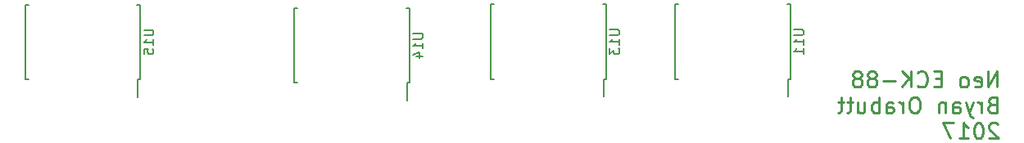
<source format=gbo>
G04 #@! TF.FileFunction,Legend,Bot*
%FSLAX46Y46*%
G04 Gerber Fmt 4.6, Leading zero omitted, Abs format (unit mm)*
G04 Created by KiCad (PCBNEW 4.0.3-stable) date 10/13/17 00:19:33*
%MOMM*%
%LPD*%
G01*
G04 APERTURE LIST*
%ADD10C,0.100000*%
%ADD11C,0.228600*%
%ADD12C,0.150000*%
G04 APERTURE END LIST*
D10*
D11*
X221481952Y-53567390D02*
X221481952Y-51941790D01*
X220553038Y-53567390D01*
X220553038Y-51941790D01*
X219159666Y-53489981D02*
X219314485Y-53567390D01*
X219624123Y-53567390D01*
X219778942Y-53489981D01*
X219856352Y-53335162D01*
X219856352Y-52715886D01*
X219778942Y-52561067D01*
X219624123Y-52483657D01*
X219314485Y-52483657D01*
X219159666Y-52561067D01*
X219082257Y-52715886D01*
X219082257Y-52870705D01*
X219856352Y-53025524D01*
X218153343Y-53567390D02*
X218308162Y-53489981D01*
X218385571Y-53412571D01*
X218462981Y-53257752D01*
X218462981Y-52793295D01*
X218385571Y-52638476D01*
X218308162Y-52561067D01*
X218153343Y-52483657D01*
X217921114Y-52483657D01*
X217766295Y-52561067D01*
X217688886Y-52638476D01*
X217611476Y-52793295D01*
X217611476Y-53257752D01*
X217688886Y-53412571D01*
X217766295Y-53489981D01*
X217921114Y-53567390D01*
X218153343Y-53567390D01*
X215676238Y-52715886D02*
X215134372Y-52715886D01*
X214902143Y-53567390D02*
X215676238Y-53567390D01*
X215676238Y-51941790D01*
X214902143Y-51941790D01*
X213276543Y-53412571D02*
X213353953Y-53489981D01*
X213586181Y-53567390D01*
X213741000Y-53567390D01*
X213973229Y-53489981D01*
X214128048Y-53335162D01*
X214205457Y-53180343D01*
X214282867Y-52870705D01*
X214282867Y-52638476D01*
X214205457Y-52328838D01*
X214128048Y-52174019D01*
X213973229Y-52019200D01*
X213741000Y-51941790D01*
X213586181Y-51941790D01*
X213353953Y-52019200D01*
X213276543Y-52096610D01*
X212579857Y-53567390D02*
X212579857Y-51941790D01*
X211650943Y-53567390D02*
X212347629Y-52638476D01*
X211650943Y-51941790D02*
X212579857Y-52870705D01*
X210954257Y-52948114D02*
X209715705Y-52948114D01*
X208709381Y-52638476D02*
X208864200Y-52561067D01*
X208941609Y-52483657D01*
X209019019Y-52328838D01*
X209019019Y-52251429D01*
X208941609Y-52096610D01*
X208864200Y-52019200D01*
X208709381Y-51941790D01*
X208399743Y-51941790D01*
X208244924Y-52019200D01*
X208167514Y-52096610D01*
X208090105Y-52251429D01*
X208090105Y-52328838D01*
X208167514Y-52483657D01*
X208244924Y-52561067D01*
X208399743Y-52638476D01*
X208709381Y-52638476D01*
X208864200Y-52715886D01*
X208941609Y-52793295D01*
X209019019Y-52948114D01*
X209019019Y-53257752D01*
X208941609Y-53412571D01*
X208864200Y-53489981D01*
X208709381Y-53567390D01*
X208399743Y-53567390D01*
X208244924Y-53489981D01*
X208167514Y-53412571D01*
X208090105Y-53257752D01*
X208090105Y-52948114D01*
X208167514Y-52793295D01*
X208244924Y-52715886D01*
X208399743Y-52638476D01*
X207161191Y-52638476D02*
X207316010Y-52561067D01*
X207393419Y-52483657D01*
X207470829Y-52328838D01*
X207470829Y-52251429D01*
X207393419Y-52096610D01*
X207316010Y-52019200D01*
X207161191Y-51941790D01*
X206851553Y-51941790D01*
X206696734Y-52019200D01*
X206619324Y-52096610D01*
X206541915Y-52251429D01*
X206541915Y-52328838D01*
X206619324Y-52483657D01*
X206696734Y-52561067D01*
X206851553Y-52638476D01*
X207161191Y-52638476D01*
X207316010Y-52715886D01*
X207393419Y-52793295D01*
X207470829Y-52948114D01*
X207470829Y-53257752D01*
X207393419Y-53412571D01*
X207316010Y-53489981D01*
X207161191Y-53567390D01*
X206851553Y-53567390D01*
X206696734Y-53489981D01*
X206619324Y-53412571D01*
X206541915Y-53257752D01*
X206541915Y-52948114D01*
X206619324Y-52793295D01*
X206696734Y-52715886D01*
X206851553Y-52638476D01*
X220940086Y-55382886D02*
X220707857Y-55460295D01*
X220630448Y-55537705D01*
X220553038Y-55692524D01*
X220553038Y-55924752D01*
X220630448Y-56079571D01*
X220707857Y-56156981D01*
X220862676Y-56234390D01*
X221481952Y-56234390D01*
X221481952Y-54608790D01*
X220940086Y-54608790D01*
X220785267Y-54686200D01*
X220707857Y-54763610D01*
X220630448Y-54918429D01*
X220630448Y-55073248D01*
X220707857Y-55228067D01*
X220785267Y-55305476D01*
X220940086Y-55382886D01*
X221481952Y-55382886D01*
X219856352Y-56234390D02*
X219856352Y-55150657D01*
X219856352Y-55460295D02*
X219778943Y-55305476D01*
X219701533Y-55228067D01*
X219546714Y-55150657D01*
X219391895Y-55150657D01*
X219004847Y-55150657D02*
X218617800Y-56234390D01*
X218230752Y-55150657D02*
X218617800Y-56234390D01*
X218772619Y-56621438D01*
X218850028Y-56698848D01*
X219004847Y-56776257D01*
X216914791Y-56234390D02*
X216914791Y-55382886D01*
X216992200Y-55228067D01*
X217147019Y-55150657D01*
X217456657Y-55150657D01*
X217611476Y-55228067D01*
X216914791Y-56156981D02*
X217069610Y-56234390D01*
X217456657Y-56234390D01*
X217611476Y-56156981D01*
X217688886Y-56002162D01*
X217688886Y-55847343D01*
X217611476Y-55692524D01*
X217456657Y-55615114D01*
X217069610Y-55615114D01*
X216914791Y-55537705D01*
X216140695Y-55150657D02*
X216140695Y-56234390D01*
X216140695Y-55305476D02*
X216063286Y-55228067D01*
X215908467Y-55150657D01*
X215676238Y-55150657D01*
X215521419Y-55228067D01*
X215444010Y-55382886D01*
X215444010Y-56234390D01*
X213121724Y-54608790D02*
X212812086Y-54608790D01*
X212657267Y-54686200D01*
X212502448Y-54841019D01*
X212425039Y-55150657D01*
X212425039Y-55692524D01*
X212502448Y-56002162D01*
X212657267Y-56156981D01*
X212812086Y-56234390D01*
X213121724Y-56234390D01*
X213276543Y-56156981D01*
X213431362Y-56002162D01*
X213508772Y-55692524D01*
X213508772Y-55150657D01*
X213431362Y-54841019D01*
X213276543Y-54686200D01*
X213121724Y-54608790D01*
X211728352Y-56234390D02*
X211728352Y-55150657D01*
X211728352Y-55460295D02*
X211650943Y-55305476D01*
X211573533Y-55228067D01*
X211418714Y-55150657D01*
X211263895Y-55150657D01*
X210025343Y-56234390D02*
X210025343Y-55382886D01*
X210102752Y-55228067D01*
X210257571Y-55150657D01*
X210567209Y-55150657D01*
X210722028Y-55228067D01*
X210025343Y-56156981D02*
X210180162Y-56234390D01*
X210567209Y-56234390D01*
X210722028Y-56156981D01*
X210799438Y-56002162D01*
X210799438Y-55847343D01*
X210722028Y-55692524D01*
X210567209Y-55615114D01*
X210180162Y-55615114D01*
X210025343Y-55537705D01*
X209251247Y-56234390D02*
X209251247Y-54608790D01*
X209251247Y-55228067D02*
X209096428Y-55150657D01*
X208786790Y-55150657D01*
X208631971Y-55228067D01*
X208554562Y-55305476D01*
X208477152Y-55460295D01*
X208477152Y-55924752D01*
X208554562Y-56079571D01*
X208631971Y-56156981D01*
X208786790Y-56234390D01*
X209096428Y-56234390D01*
X209251247Y-56156981D01*
X207083781Y-55150657D02*
X207083781Y-56234390D01*
X207780466Y-55150657D02*
X207780466Y-56002162D01*
X207703057Y-56156981D01*
X207548238Y-56234390D01*
X207316009Y-56234390D01*
X207161190Y-56156981D01*
X207083781Y-56079571D01*
X206541914Y-55150657D02*
X205922638Y-55150657D01*
X206309685Y-54608790D02*
X206309685Y-56002162D01*
X206232276Y-56156981D01*
X206077457Y-56234390D01*
X205922638Y-56234390D01*
X205613000Y-55150657D02*
X204993724Y-55150657D01*
X205380771Y-54608790D02*
X205380771Y-56002162D01*
X205303362Y-56156981D01*
X205148543Y-56234390D01*
X204993724Y-56234390D01*
X221559362Y-57430610D02*
X221481952Y-57353200D01*
X221327133Y-57275790D01*
X220940086Y-57275790D01*
X220785267Y-57353200D01*
X220707857Y-57430610D01*
X220630448Y-57585429D01*
X220630448Y-57740248D01*
X220707857Y-57972476D01*
X221636771Y-58901390D01*
X220630448Y-58901390D01*
X219624124Y-57275790D02*
X219469305Y-57275790D01*
X219314486Y-57353200D01*
X219237077Y-57430610D01*
X219159667Y-57585429D01*
X219082258Y-57895067D01*
X219082258Y-58282114D01*
X219159667Y-58591752D01*
X219237077Y-58746571D01*
X219314486Y-58823981D01*
X219469305Y-58901390D01*
X219624124Y-58901390D01*
X219778943Y-58823981D01*
X219856353Y-58746571D01*
X219933762Y-58591752D01*
X220011172Y-58282114D01*
X220011172Y-57895067D01*
X219933762Y-57585429D01*
X219856353Y-57430610D01*
X219778943Y-57353200D01*
X219624124Y-57275790D01*
X217534068Y-58901390D02*
X218462982Y-58901390D01*
X217998525Y-58901390D02*
X217998525Y-57275790D01*
X218153344Y-57508019D01*
X218308163Y-57662838D01*
X218462982Y-57740248D01*
X216992201Y-57275790D02*
X215908468Y-57275790D01*
X216605154Y-58901390D01*
D12*
X200114268Y-52737284D02*
X199864268Y-52737284D01*
X200114268Y-44987284D02*
X199769268Y-44987284D01*
X188214268Y-44987284D02*
X188559268Y-44987284D01*
X188214268Y-52737284D02*
X188559268Y-52737284D01*
X200114268Y-52737284D02*
X200114268Y-44987284D01*
X188214268Y-52737284D02*
X188214268Y-44987284D01*
X199864268Y-52737284D02*
X199864268Y-54562284D01*
X181064268Y-52737284D02*
X180814268Y-52737284D01*
X181064268Y-44987284D02*
X180719268Y-44987284D01*
X169164268Y-44987284D02*
X169509268Y-44987284D01*
X169164268Y-52737284D02*
X169509268Y-52737284D01*
X181064268Y-52737284D02*
X181064268Y-44987284D01*
X169164268Y-52737284D02*
X169164268Y-44987284D01*
X180814268Y-52737284D02*
X180814268Y-54562284D01*
X160744268Y-53117284D02*
X160494268Y-53117284D01*
X160744268Y-45367284D02*
X160399268Y-45367284D01*
X148844268Y-45367284D02*
X149189268Y-45367284D01*
X148844268Y-53117284D02*
X149189268Y-53117284D01*
X160744268Y-53117284D02*
X160744268Y-45367284D01*
X148844268Y-53117284D02*
X148844268Y-45367284D01*
X160494268Y-53117284D02*
X160494268Y-54942284D01*
X132914168Y-52770000D02*
X132664168Y-52770000D01*
X132914168Y-45020000D02*
X132569168Y-45020000D01*
X121014168Y-45020000D02*
X121359168Y-45020000D01*
X121014168Y-52770000D02*
X121359168Y-52770000D01*
X132914168Y-52770000D02*
X132914168Y-45020000D01*
X121014168Y-52770000D02*
X121014168Y-45020000D01*
X132664168Y-52770000D02*
X132664168Y-54595000D01*
X200491649Y-47624189D02*
X201301173Y-47624189D01*
X201396411Y-47671808D01*
X201444030Y-47719427D01*
X201491649Y-47814665D01*
X201491649Y-48005142D01*
X201444030Y-48100380D01*
X201396411Y-48147999D01*
X201301173Y-48195618D01*
X200491649Y-48195618D01*
X201491649Y-49195618D02*
X201491649Y-48624189D01*
X201491649Y-48909903D02*
X200491649Y-48909903D01*
X200634506Y-48814665D01*
X200729744Y-48719427D01*
X200777363Y-48624189D01*
X201491649Y-50147999D02*
X201491649Y-49576570D01*
X201491649Y-49862284D02*
X200491649Y-49862284D01*
X200634506Y-49767046D01*
X200729744Y-49671808D01*
X200777363Y-49576570D01*
X181441649Y-47624189D02*
X182251173Y-47624189D01*
X182346411Y-47671808D01*
X182394030Y-47719427D01*
X182441649Y-47814665D01*
X182441649Y-48005142D01*
X182394030Y-48100380D01*
X182346411Y-48147999D01*
X182251173Y-48195618D01*
X181441649Y-48195618D01*
X182441649Y-49195618D02*
X182441649Y-48624189D01*
X182441649Y-48909903D02*
X181441649Y-48909903D01*
X181584506Y-48814665D01*
X181679744Y-48719427D01*
X181727363Y-48624189D01*
X181441649Y-49528951D02*
X181441649Y-50147999D01*
X181822601Y-49814665D01*
X181822601Y-49957523D01*
X181870220Y-50052761D01*
X181917839Y-50100380D01*
X182013078Y-50147999D01*
X182251173Y-50147999D01*
X182346411Y-50100380D01*
X182394030Y-50052761D01*
X182441649Y-49957523D01*
X182441649Y-49671808D01*
X182394030Y-49576570D01*
X182346411Y-49528951D01*
X161121649Y-48004189D02*
X161931173Y-48004189D01*
X162026411Y-48051808D01*
X162074030Y-48099427D01*
X162121649Y-48194665D01*
X162121649Y-48385142D01*
X162074030Y-48480380D01*
X162026411Y-48527999D01*
X161931173Y-48575618D01*
X161121649Y-48575618D01*
X162121649Y-49575618D02*
X162121649Y-49004189D01*
X162121649Y-49289903D02*
X161121649Y-49289903D01*
X161264506Y-49194665D01*
X161359744Y-49099427D01*
X161407363Y-49004189D01*
X161454982Y-50432761D02*
X162121649Y-50432761D01*
X161074030Y-50194665D02*
X161788316Y-49956570D01*
X161788316Y-50575618D01*
X133291549Y-47656905D02*
X134101073Y-47656905D01*
X134196311Y-47704524D01*
X134243930Y-47752143D01*
X134291549Y-47847381D01*
X134291549Y-48037858D01*
X134243930Y-48133096D01*
X134196311Y-48180715D01*
X134101073Y-48228334D01*
X133291549Y-48228334D01*
X134291549Y-49228334D02*
X134291549Y-48656905D01*
X134291549Y-48942619D02*
X133291549Y-48942619D01*
X133434406Y-48847381D01*
X133529644Y-48752143D01*
X133577263Y-48656905D01*
X133291549Y-50133096D02*
X133291549Y-49656905D01*
X133767739Y-49609286D01*
X133720120Y-49656905D01*
X133672501Y-49752143D01*
X133672501Y-49990239D01*
X133720120Y-50085477D01*
X133767739Y-50133096D01*
X133862978Y-50180715D01*
X134101073Y-50180715D01*
X134196311Y-50133096D01*
X134243930Y-50085477D01*
X134291549Y-49990239D01*
X134291549Y-49752143D01*
X134243930Y-49656905D01*
X134196311Y-49609286D01*
M02*

</source>
